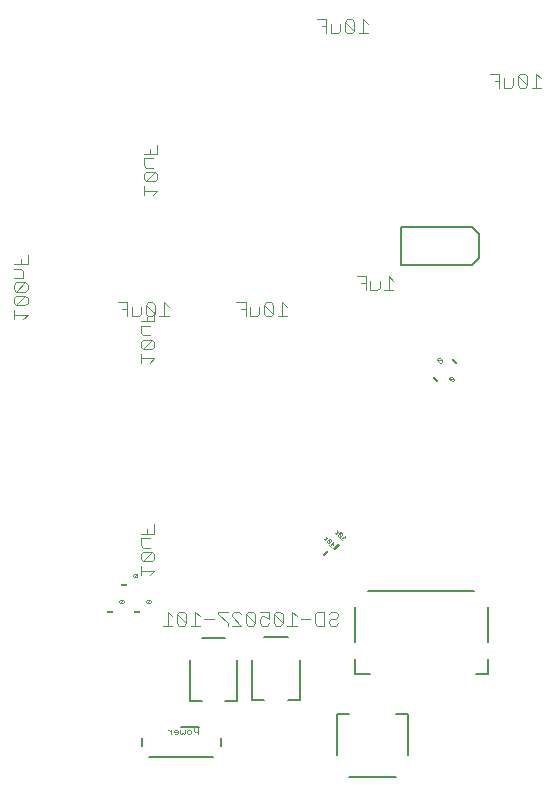
<source format=gbo>
G75*
G70*
%OFA0B0*%
%FSLAX24Y24*%
%IPPOS*%
%LPD*%
%AMOC8*
5,1,8,0,0,1.08239X$1,22.5*
%
%ADD10C,0.0040*%
%ADD11C,0.0080*%
%ADD12C,0.0020*%
%ADD13C,0.0050*%
%ADD14C,0.0010*%
%ADD15R,0.0079X0.0217*%
%ADD16R,0.0217X0.0079*%
%ADD17C,0.0080*%
D10*
X009376Y011238D02*
X009376Y011544D01*
X009376Y011391D02*
X009836Y011391D01*
X009683Y011238D01*
X009760Y011698D02*
X009453Y011698D01*
X009760Y012005D01*
X009453Y012005D01*
X009376Y011928D01*
X009376Y011775D01*
X009453Y011698D01*
X009760Y011698D02*
X009836Y011775D01*
X009836Y011928D01*
X009760Y012005D01*
X009683Y012158D02*
X009453Y012158D01*
X009376Y012235D01*
X009376Y012465D01*
X009683Y012465D01*
X009606Y012619D02*
X009606Y012772D01*
X009376Y012619D02*
X009836Y012619D01*
X009836Y012926D01*
X010280Y010013D02*
X010280Y009553D01*
X010433Y009553D02*
X010126Y009553D01*
X010433Y009860D02*
X010280Y010013D01*
X010587Y009936D02*
X010587Y009630D01*
X010663Y009553D01*
X010817Y009553D01*
X010894Y009630D01*
X010587Y009936D01*
X010663Y010013D01*
X010817Y010013D01*
X010894Y009936D01*
X010894Y009630D01*
X011047Y009553D02*
X011354Y009553D01*
X011201Y009553D02*
X011201Y010013D01*
X011354Y009860D01*
X011508Y009783D02*
X011814Y009783D01*
X011968Y009936D02*
X012275Y009630D01*
X012275Y009553D01*
X012428Y009553D02*
X012735Y009553D01*
X012428Y009860D01*
X012428Y009936D01*
X012505Y010013D01*
X012659Y010013D01*
X012735Y009936D01*
X012889Y009936D02*
X013196Y009630D01*
X013119Y009553D01*
X012965Y009553D01*
X012889Y009630D01*
X012889Y009936D01*
X012965Y010013D01*
X013119Y010013D01*
X013196Y009936D01*
X013196Y009630D01*
X013349Y009630D02*
X013426Y009553D01*
X013579Y009553D01*
X013656Y009630D01*
X013656Y009783D02*
X013503Y009860D01*
X013426Y009860D01*
X013349Y009783D01*
X013349Y009630D01*
X013349Y010013D02*
X013656Y010013D01*
X013656Y009783D01*
X013809Y009936D02*
X013809Y009630D01*
X013886Y009553D01*
X014040Y009553D01*
X014116Y009630D01*
X013809Y009936D01*
X013886Y010013D01*
X014040Y010013D01*
X014116Y009936D01*
X014116Y009630D01*
X014270Y009553D02*
X014577Y009553D01*
X014423Y009553D02*
X014423Y010013D01*
X014577Y009860D01*
X014730Y009783D02*
X015037Y009783D01*
X015191Y009630D02*
X015191Y009936D01*
X015267Y010013D01*
X015498Y010013D01*
X015498Y009553D01*
X015267Y009553D01*
X015191Y009630D01*
X015651Y009630D02*
X015728Y009553D01*
X015881Y009553D01*
X015958Y009630D01*
X015881Y009783D02*
X015728Y009783D01*
X015651Y009706D01*
X015651Y009630D01*
X015881Y009783D02*
X015958Y009860D01*
X015958Y009936D01*
X015881Y010013D01*
X015728Y010013D01*
X015651Y009936D01*
X012275Y010013D02*
X011968Y010013D01*
X011968Y009936D01*
X009683Y018318D02*
X009836Y018471D01*
X009376Y018471D01*
X009376Y018318D02*
X009376Y018624D01*
X009453Y018778D02*
X009760Y019085D01*
X009453Y019085D01*
X009376Y019008D01*
X009376Y018855D01*
X009453Y018778D01*
X009760Y018778D01*
X009836Y018855D01*
X009836Y019008D01*
X009760Y019085D01*
X009683Y019238D02*
X009453Y019238D01*
X009376Y019315D01*
X009376Y019545D01*
X009683Y019545D01*
X009606Y019699D02*
X009606Y019852D01*
X009619Y019872D02*
X009772Y019872D01*
X009849Y019948D01*
X009542Y020255D01*
X009542Y019948D01*
X009619Y019872D01*
X009849Y019948D02*
X009849Y020255D01*
X009772Y020332D01*
X009619Y020332D01*
X009542Y020255D01*
X009388Y020179D02*
X009388Y019948D01*
X009312Y019872D01*
X009081Y019872D01*
X009081Y020179D01*
X008928Y020102D02*
X008774Y020102D01*
X008928Y020332D02*
X008621Y020332D01*
X008928Y020332D02*
X008928Y019872D01*
X009376Y019699D02*
X009836Y019699D01*
X009836Y020006D01*
X010002Y019872D02*
X010309Y019872D01*
X010156Y019872D02*
X010156Y020332D01*
X010309Y020179D01*
X012571Y020332D02*
X012878Y020332D01*
X012878Y019872D01*
X013031Y019872D02*
X013031Y020179D01*
X012878Y020102D02*
X012724Y020102D01*
X013031Y019872D02*
X013262Y019872D01*
X013338Y019948D01*
X013338Y020179D01*
X013492Y020255D02*
X013492Y019948D01*
X013569Y019872D01*
X013722Y019872D01*
X013799Y019948D01*
X013492Y020255D01*
X013569Y020332D01*
X013722Y020332D01*
X013799Y020255D01*
X013799Y019948D01*
X013952Y019872D02*
X014259Y019872D01*
X014106Y019872D02*
X014106Y020332D01*
X014259Y020179D01*
X016576Y021194D02*
X016883Y021194D01*
X016883Y020734D01*
X017037Y020734D02*
X017037Y021041D01*
X016883Y020964D02*
X016730Y020964D01*
X017037Y020734D02*
X017267Y020734D01*
X017344Y020811D01*
X017344Y021041D01*
X017650Y021194D02*
X017650Y020734D01*
X017497Y020734D02*
X017804Y020734D01*
X017804Y021041D02*
X017650Y021194D01*
X021339Y027486D02*
X021339Y027947D01*
X021032Y027947D01*
X021186Y027716D02*
X021339Y027716D01*
X021493Y027793D02*
X021493Y027486D01*
X021723Y027486D01*
X021799Y027563D01*
X021799Y027793D01*
X021953Y027870D02*
X021953Y027563D01*
X022030Y027486D01*
X022183Y027486D01*
X022260Y027563D01*
X021953Y027870D01*
X022030Y027947D01*
X022183Y027947D01*
X022260Y027870D01*
X022260Y027563D01*
X022413Y027486D02*
X022720Y027486D01*
X022567Y027486D02*
X022567Y027947D01*
X022720Y027793D01*
X016950Y029306D02*
X016643Y029306D01*
X016797Y029306D02*
X016797Y029767D01*
X016950Y029613D01*
X016490Y029690D02*
X016490Y029383D01*
X016183Y029690D01*
X016183Y029383D01*
X016260Y029306D01*
X016413Y029306D01*
X016490Y029383D01*
X016490Y029690D02*
X016413Y029767D01*
X016260Y029767D01*
X016183Y029690D01*
X016029Y029613D02*
X016029Y029383D01*
X015953Y029306D01*
X015723Y029306D01*
X015723Y029613D01*
X015569Y029536D02*
X015416Y029536D01*
X015569Y029306D02*
X015569Y029767D01*
X015262Y029767D01*
X009936Y025591D02*
X009936Y025284D01*
X009476Y025284D01*
X009476Y025130D02*
X009783Y025130D01*
X009706Y025284D02*
X009706Y025437D01*
X009476Y025130D02*
X009476Y024900D01*
X009553Y024823D01*
X009783Y024823D01*
X009860Y024670D02*
X009553Y024363D01*
X009476Y024440D01*
X009476Y024593D01*
X009553Y024670D01*
X009860Y024670D01*
X009936Y024593D01*
X009936Y024440D01*
X009860Y024363D01*
X009553Y024363D01*
X009476Y024209D02*
X009476Y023903D01*
X009476Y024056D02*
X009936Y024056D01*
X009783Y023903D01*
X005612Y021917D02*
X005612Y021610D01*
X005152Y021610D01*
X005152Y021457D02*
X005382Y021457D01*
X005459Y021380D01*
X005459Y021150D01*
X005152Y021150D01*
X005228Y020996D02*
X005152Y020920D01*
X005152Y020766D01*
X005228Y020690D01*
X005535Y020996D01*
X005228Y020996D01*
X005228Y020690D02*
X005535Y020690D01*
X005612Y020766D01*
X005612Y020920D01*
X005535Y020996D01*
X005535Y020536D02*
X005228Y020536D01*
X005152Y020459D01*
X005152Y020306D01*
X005228Y020229D01*
X005535Y020536D01*
X005612Y020459D01*
X005612Y020306D01*
X005535Y020229D01*
X005228Y020229D01*
X005152Y020076D02*
X005152Y019769D01*
X005152Y019922D02*
X005612Y019922D01*
X005459Y019769D01*
X005382Y021610D02*
X005382Y021764D01*
D11*
X016521Y010163D02*
X016521Y009021D01*
X016521Y008430D02*
X016521Y007958D01*
X017041Y007958D01*
X016962Y010714D02*
X020506Y010714D01*
X020946Y010163D02*
X020946Y009021D01*
X020946Y008430D02*
X020946Y007958D01*
X020565Y007958D01*
X012053Y005792D02*
X012053Y005556D01*
X011797Y005162D02*
X009671Y005162D01*
X009415Y005556D02*
X009415Y005792D01*
X010734Y006186D02*
X011324Y006186D01*
D12*
X011292Y006164D02*
X011182Y006164D01*
X011145Y006127D01*
X011145Y006054D01*
X011182Y006017D01*
X011292Y006017D01*
X011292Y005944D02*
X011292Y006164D01*
X011071Y006054D02*
X011071Y005981D01*
X011034Y005944D01*
X010961Y005944D01*
X010924Y005981D01*
X010924Y006054D01*
X010961Y006091D01*
X011034Y006091D01*
X011071Y006054D01*
X010850Y006091D02*
X010850Y005981D01*
X010813Y005944D01*
X010777Y005981D01*
X010740Y005944D01*
X010703Y005981D01*
X010703Y006091D01*
X010629Y006054D02*
X010592Y006091D01*
X010519Y006091D01*
X010482Y006054D01*
X010482Y006017D01*
X010629Y006017D01*
X010629Y005981D02*
X010629Y006054D01*
X010629Y005981D02*
X010592Y005944D01*
X010519Y005944D01*
X010408Y005944D02*
X010408Y006091D01*
X010335Y006091D02*
X010298Y006091D01*
X010335Y006091D02*
X010408Y006017D01*
D13*
X011420Y009148D02*
X012208Y009148D01*
X013500Y009168D02*
X014288Y009168D01*
X016326Y004500D02*
X017901Y004500D01*
X018064Y021584D02*
X020426Y021584D01*
X020662Y021820D01*
X020662Y022608D01*
X020426Y022844D01*
X018064Y022844D01*
X018064Y021584D01*
D14*
X019307Y018464D02*
X019272Y018428D01*
X019272Y018393D01*
X019413Y018393D01*
X019413Y018357D01*
X019378Y018322D01*
X019343Y018322D01*
X019272Y018393D01*
X019307Y018464D02*
X019343Y018464D01*
X019413Y018393D01*
X019710Y017840D02*
X019674Y017804D01*
X019674Y017769D01*
X019816Y017769D01*
X019816Y017733D01*
X019780Y017698D01*
X019745Y017698D01*
X019674Y017769D01*
X019710Y017840D02*
X019745Y017840D01*
X019816Y017769D01*
X016055Y012660D02*
X016090Y012624D01*
X016090Y012589D01*
X016020Y012518D01*
X016020Y012660D01*
X015949Y012589D01*
X015949Y012554D01*
X015984Y012518D01*
X016020Y012518D01*
X016035Y012467D02*
X016106Y012396D01*
X016071Y012432D02*
X016177Y012538D01*
X016177Y012467D01*
X016055Y012660D02*
X016020Y012660D01*
X016004Y012711D02*
X015898Y012605D01*
X015933Y012640D02*
X015915Y012729D01*
X015933Y012640D02*
X015845Y012658D01*
X015685Y012450D02*
X015720Y012414D01*
X015720Y012379D01*
X015650Y012308D01*
X015650Y012450D01*
X015579Y012379D01*
X015579Y012344D01*
X015614Y012308D01*
X015650Y012308D01*
X015665Y012257D02*
X015736Y012186D01*
X015701Y012222D02*
X015807Y012328D01*
X015807Y012257D01*
X015685Y012450D02*
X015650Y012450D01*
X015634Y012501D02*
X015528Y012395D01*
X015563Y012430D02*
X015545Y012519D01*
X015563Y012430D02*
X015475Y012448D01*
X009719Y010382D02*
X009719Y010332D01*
X009694Y010307D01*
X009594Y010307D01*
X009694Y010407D01*
X009594Y010407D01*
X009569Y010382D01*
X009569Y010332D01*
X009594Y010307D01*
X009694Y010407D02*
X009719Y010382D01*
X009244Y011177D02*
X009269Y011202D01*
X009269Y011252D01*
X009244Y011277D01*
X009144Y011177D01*
X009119Y011202D01*
X009119Y011252D01*
X009144Y011277D01*
X009244Y011277D01*
X009244Y011177D02*
X009144Y011177D01*
X008794Y010407D02*
X008694Y010407D01*
X008669Y010382D01*
X008669Y010332D01*
X008694Y010307D01*
X008794Y010407D01*
X008819Y010382D01*
X008819Y010332D01*
X008794Y010307D01*
X008694Y010307D01*
D15*
G36*
X015488Y011866D02*
X015433Y011921D01*
X015584Y012072D01*
X015639Y012017D01*
X015488Y011866D01*
G37*
G36*
X015858Y012076D02*
X015803Y012131D01*
X015954Y012282D01*
X016009Y012227D01*
X015858Y012076D01*
G37*
G36*
X019119Y017817D02*
X019174Y017872D01*
X019325Y017721D01*
X019270Y017666D01*
X019119Y017817D01*
G37*
G36*
X019943Y018318D02*
X019888Y018263D01*
X019737Y018414D01*
X019792Y018469D01*
X019943Y018318D01*
G37*
D16*
X008374Y010024D03*
X008824Y010894D03*
X009274Y010024D03*
D17*
X011026Y008400D02*
X011026Y007042D01*
X011420Y007042D01*
X012208Y007042D02*
X012601Y007042D01*
X012601Y008400D01*
X013106Y008420D02*
X013106Y007062D01*
X013500Y007062D01*
X014288Y007062D02*
X014681Y007062D01*
X014681Y008420D01*
X015933Y006606D02*
X015933Y005248D01*
X015933Y006606D02*
X016326Y006606D01*
X017901Y006606D02*
X018295Y006606D01*
X018295Y005248D01*
M02*

</source>
